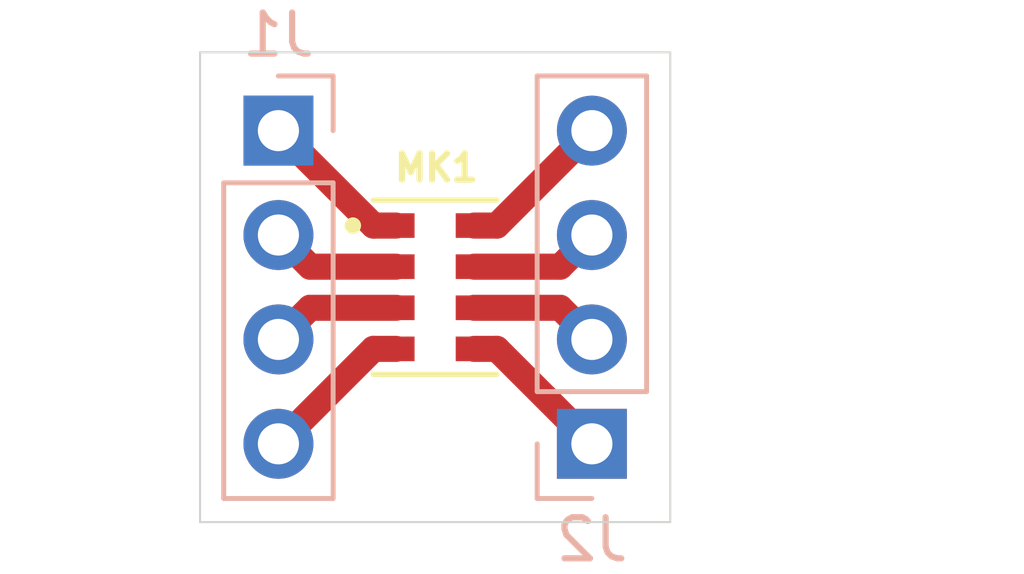
<source format=kicad_pcb>
(kicad_pcb (version 20171130) (host pcbnew "(5.1.10)-1")

  (general
    (thickness 1.6)
    (drawings 4)
    (tracks 16)
    (zones 0)
    (modules 3)
    (nets 8)
  )

  (page A4)
  (layers
    (0 F.Cu signal)
    (31 B.Cu signal)
    (32 B.Adhes user)
    (33 F.Adhes user)
    (34 B.Paste user)
    (35 F.Paste user)
    (36 B.SilkS user)
    (37 F.SilkS user)
    (38 B.Mask user)
    (39 F.Mask user)
    (40 Dwgs.User user)
    (41 Cmts.User user)
    (42 Eco1.User user)
    (43 Eco2.User user)
    (44 Edge.Cuts user)
    (45 Margin user)
    (46 B.CrtYd user)
    (47 F.CrtYd user)
    (48 B.Fab user)
    (49 F.Fab user)
  )

  (setup
    (last_trace_width 0.635)
    (user_trace_width 0.635)
    (user_trace_width 0.762)
    (trace_clearance 0.2)
    (zone_clearance 0.508)
    (zone_45_only no)
    (trace_min 0.2)
    (via_size 0.8)
    (via_drill 0.4)
    (via_min_size 0.4)
    (via_min_drill 0.3)
    (uvia_size 0.3)
    (uvia_drill 0.1)
    (uvias_allowed no)
    (uvia_min_size 0.2)
    (uvia_min_drill 0.1)
    (edge_width 0.05)
    (segment_width 0.2)
    (pcb_text_width 0.3)
    (pcb_text_size 1.5 1.5)
    (mod_edge_width 0.12)
    (mod_text_size 1 1)
    (mod_text_width 0.15)
    (pad_size 1.524 1.524)
    (pad_drill 0.762)
    (pad_to_mask_clearance 0)
    (aux_axis_origin 0 0)
    (visible_elements FFFFFF7F)
    (pcbplotparams
      (layerselection 0x010fc_ffffffff)
      (usegerberextensions false)
      (usegerberattributes true)
      (usegerberadvancedattributes true)
      (creategerberjobfile true)
      (excludeedgelayer true)
      (linewidth 0.100000)
      (plotframeref false)
      (viasonmask false)
      (mode 1)
      (useauxorigin false)
      (hpglpennumber 1)
      (hpglpenspeed 20)
      (hpglpendiameter 15.000000)
      (psnegative false)
      (psa4output false)
      (plotreference true)
      (plotvalue true)
      (plotinvisibletext false)
      (padsonsilk false)
      (subtractmaskfromsilk false)
      (outputformat 1)
      (mirror false)
      (drillshape 1)
      (scaleselection 1)
      (outputdirectory ""))
  )

  (net 0 "")
  (net 1 "Net-(J1-Pad4)")
  (net 2 "Net-(J1-Pad3)")
  (net 3 "Net-(J1-Pad1)")
  (net 4 "Net-(J2-Pad4)")
  (net 5 "Net-(J2-Pad3)")
  (net 6 "Net-(J2-Pad2)")
  (net 7 "Net-(J2-Pad1)")

  (net_class Default "This is the default net class."
    (clearance 0.2)
    (trace_width 0.25)
    (via_dia 0.8)
    (via_drill 0.4)
    (uvia_dia 0.3)
    (uvia_drill 0.1)
    (add_net "Net-(J1-Pad1)")
    (add_net "Net-(J1-Pad3)")
    (add_net "Net-(J1-Pad4)")
    (add_net "Net-(J2-Pad1)")
    (add_net "Net-(J2-Pad2)")
    (add_net "Net-(J2-Pad3)")
    (add_net "Net-(J2-Pad4)")
    (add_net "Net-(MK1-Pad3)")
    (add_net "Net-(MK1-Pad4)")
    (add_net "Net-(MK1-Pad5)")
    (add_net "Net-(MK1-Pad6)")
    (add_net "Net-(MK1-Pad7)")
    (add_net "Net-(MK1-Pad8)")
  )

  (module CMM-4030D-261-I2S-TR:MIC_CMM-4030D-261-I2S-TR (layer F.Cu) (tedit 61A9BC30) (tstamp 61AABDE7)
    (at 135.89 93.98)
    (path /61AA6153)
    (fp_text reference MK1 (at 0.032 -2.9064) (layer F.SilkS)
      (effects (font (size 0.64 0.64) (thickness 0.15)))
    )
    (fp_text value CMM-4030D-261-I2S-TR (at 7.7536 2.9064) (layer F.Fab)
      (effects (font (size 0.64 0.64) (thickness 0.15)))
    )
    (fp_circle (center -2 -1.5) (end -1.9 -1.5) (layer F.SilkS) (width 0.2))
    (fp_line (start -1.5 -2) (end -1.5 2) (layer F.Fab) (width 0.127))
    (fp_line (start 1.5 2) (end 1.5 -2) (layer F.Fab) (width 0.127))
    (fp_line (start 1.5 -2) (end -1.5 -2) (layer F.Fab) (width 0.127))
    (fp_line (start -1.75 -2.25) (end -1.75 2.25) (layer F.CrtYd) (width 0.05))
    (fp_line (start -1.75 2.25) (end 1.75 2.25) (layer F.CrtYd) (width 0.05))
    (fp_line (start 1.75 2.25) (end 1.75 -2.25) (layer F.CrtYd) (width 0.05))
    (fp_line (start 1.75 -2.25) (end -1.75 -2.25) (layer F.CrtYd) (width 0.05))
    (fp_line (start -1.5 2) (end 1.5 2) (layer F.Fab) (width 0.127))
    (fp_line (start -1.5 2.12) (end 1.5 2.12) (layer F.SilkS) (width 0.127))
    (fp_circle (center -2 -1.5) (end -1.9 -1.5) (layer F.Fab) (width 0.2))
    (fp_line (start 1.5 -2.12) (end -1.5 -2.12) (layer F.SilkS) (width 0.127))
    (pad 1 smd rect (at -0.95 -1.5) (size 0.9 0.6) (layers F.Cu F.Paste F.Mask)
      (net 3 "Net-(J1-Pad1)"))
    (pad 2 smd rect (at -0.95 -0.5) (size 0.9 0.6) (layers F.Cu F.Paste F.Mask))
    (pad 3 smd rect (at -0.95 0.5) (size 0.9 0.6) (layers F.Cu F.Paste F.Mask)
      (net 2 "Net-(J1-Pad3)"))
    (pad 4 smd rect (at -0.95 1.5) (size 0.9 0.6) (layers F.Cu F.Paste F.Mask)
      (net 1 "Net-(J1-Pad4)"))
    (pad 5 smd rect (at 0.95 1.5) (size 0.9 0.6) (layers F.Cu F.Paste F.Mask)
      (net 7 "Net-(J2-Pad1)"))
    (pad 6 smd rect (at 0.95 0.5) (size 0.9 0.6) (layers F.Cu F.Paste F.Mask)
      (net 6 "Net-(J2-Pad2)"))
    (pad 7 smd rect (at 0.95 -0.5) (size 0.9 0.6) (layers F.Cu F.Paste F.Mask)
      (net 5 "Net-(J2-Pad3)"))
    (pad 8 smd rect (at 0.95 -1.5) (size 0.9 0.6) (layers F.Cu F.Paste F.Mask)
      (net 4 "Net-(J2-Pad4)"))
    (model C:/Users/Wilson/Documents/GitHub/wifi-LED-poi/poi_PCB/Packages/CMM-4030D-261-I2S-TR/CUI_DEVICES_CMM-4030D-261-I2S-TR.step
      (at (xyz 0 0 0))
      (scale (xyz 1 1 1))
      (rotate (xyz -90 0 0))
    )
  )

  (module Connector_PinHeader_2.54mm:PinHeader_1x04_P2.54mm_Vertical (layer B.Cu) (tedit 59FED5CC) (tstamp 61AABDCF)
    (at 139.7 97.79)
    (descr "Through hole straight pin header, 1x04, 2.54mm pitch, single row")
    (tags "Through hole pin header THT 1x04 2.54mm single row")
    (path /61AA88CD)
    (fp_text reference J2 (at 0 2.33) (layer B.SilkS)
      (effects (font (size 1 1) (thickness 0.15)) (justify mirror))
    )
    (fp_text value Conn_01x04_Male (at 0 -9.95) (layer B.Fab)
      (effects (font (size 1 1) (thickness 0.15)) (justify mirror))
    )
    (fp_text user %R (at 0 -3.81 -90) (layer B.Fab)
      (effects (font (size 1 1) (thickness 0.15)) (justify mirror))
    )
    (fp_line (start -0.635 1.27) (end 1.27 1.27) (layer B.Fab) (width 0.1))
    (fp_line (start 1.27 1.27) (end 1.27 -8.89) (layer B.Fab) (width 0.1))
    (fp_line (start 1.27 -8.89) (end -1.27 -8.89) (layer B.Fab) (width 0.1))
    (fp_line (start -1.27 -8.89) (end -1.27 0.635) (layer B.Fab) (width 0.1))
    (fp_line (start -1.27 0.635) (end -0.635 1.27) (layer B.Fab) (width 0.1))
    (fp_line (start -1.33 -8.95) (end 1.33 -8.95) (layer B.SilkS) (width 0.12))
    (fp_line (start -1.33 -1.27) (end -1.33 -8.95) (layer B.SilkS) (width 0.12))
    (fp_line (start 1.33 -1.27) (end 1.33 -8.95) (layer B.SilkS) (width 0.12))
    (fp_line (start -1.33 -1.27) (end 1.33 -1.27) (layer B.SilkS) (width 0.12))
    (fp_line (start -1.33 0) (end -1.33 1.33) (layer B.SilkS) (width 0.12))
    (fp_line (start -1.33 1.33) (end 0 1.33) (layer B.SilkS) (width 0.12))
    (fp_line (start -1.8 1.8) (end -1.8 -9.4) (layer B.CrtYd) (width 0.05))
    (fp_line (start -1.8 -9.4) (end 1.8 -9.4) (layer B.CrtYd) (width 0.05))
    (fp_line (start 1.8 -9.4) (end 1.8 1.8) (layer B.CrtYd) (width 0.05))
    (fp_line (start 1.8 1.8) (end -1.8 1.8) (layer B.CrtYd) (width 0.05))
    (pad 4 thru_hole oval (at 0 -7.62) (size 1.7 1.7) (drill 1) (layers *.Cu *.Mask)
      (net 4 "Net-(J2-Pad4)"))
    (pad 3 thru_hole oval (at 0 -5.08) (size 1.7 1.7) (drill 1) (layers *.Cu *.Mask)
      (net 5 "Net-(J2-Pad3)"))
    (pad 2 thru_hole oval (at 0 -2.54) (size 1.7 1.7) (drill 1) (layers *.Cu *.Mask)
      (net 6 "Net-(J2-Pad2)"))
    (pad 1 thru_hole rect (at 0 0) (size 1.7 1.7) (drill 1) (layers *.Cu *.Mask)
      (net 7 "Net-(J2-Pad1)"))
    (model ${KISYS3DMOD}/Connector_PinHeader_2.54mm.3dshapes/PinHeader_1x04_P2.54mm_Vertical.wrl
      (at (xyz 0 0 0))
      (scale (xyz 1 1 1))
      (rotate (xyz 0 0 0))
    )
  )

  (module Connector_PinHeader_2.54mm:PinHeader_1x04_P2.54mm_Vertical (layer B.Cu) (tedit 59FED5CC) (tstamp 61AABDB7)
    (at 132.08 90.17 180)
    (descr "Through hole straight pin header, 1x04, 2.54mm pitch, single row")
    (tags "Through hole pin header THT 1x04 2.54mm single row")
    (path /61AA6C00)
    (fp_text reference J1 (at 0 2.33) (layer B.SilkS)
      (effects (font (size 1 1) (thickness 0.15)) (justify mirror))
    )
    (fp_text value Conn_01x04_Male (at 0 -9.95) (layer B.Fab)
      (effects (font (size 1 1) (thickness 0.15)) (justify mirror))
    )
    (fp_text user %R (at 0 -3.81 270) (layer B.Fab)
      (effects (font (size 1 1) (thickness 0.15)) (justify mirror))
    )
    (fp_line (start -0.635 1.27) (end 1.27 1.27) (layer B.Fab) (width 0.1))
    (fp_line (start 1.27 1.27) (end 1.27 -8.89) (layer B.Fab) (width 0.1))
    (fp_line (start 1.27 -8.89) (end -1.27 -8.89) (layer B.Fab) (width 0.1))
    (fp_line (start -1.27 -8.89) (end -1.27 0.635) (layer B.Fab) (width 0.1))
    (fp_line (start -1.27 0.635) (end -0.635 1.27) (layer B.Fab) (width 0.1))
    (fp_line (start -1.33 -8.95) (end 1.33 -8.95) (layer B.SilkS) (width 0.12))
    (fp_line (start -1.33 -1.27) (end -1.33 -8.95) (layer B.SilkS) (width 0.12))
    (fp_line (start 1.33 -1.27) (end 1.33 -8.95) (layer B.SilkS) (width 0.12))
    (fp_line (start -1.33 -1.27) (end 1.33 -1.27) (layer B.SilkS) (width 0.12))
    (fp_line (start -1.33 0) (end -1.33 1.33) (layer B.SilkS) (width 0.12))
    (fp_line (start -1.33 1.33) (end 0 1.33) (layer B.SilkS) (width 0.12))
    (fp_line (start -1.8 1.8) (end -1.8 -9.4) (layer B.CrtYd) (width 0.05))
    (fp_line (start -1.8 -9.4) (end 1.8 -9.4) (layer B.CrtYd) (width 0.05))
    (fp_line (start 1.8 -9.4) (end 1.8 1.8) (layer B.CrtYd) (width 0.05))
    (fp_line (start 1.8 1.8) (end -1.8 1.8) (layer B.CrtYd) (width 0.05))
    (pad 4 thru_hole oval (at 0 -7.62 180) (size 1.7 1.7) (drill 1) (layers *.Cu *.Mask)
      (net 1 "Net-(J1-Pad4)"))
    (pad 3 thru_hole oval (at 0 -5.08 180) (size 1.7 1.7) (drill 1) (layers *.Cu *.Mask)
      (net 2 "Net-(J1-Pad3)"))
    (pad 2 thru_hole oval (at 0 -2.54 180) (size 1.7 1.7) (drill 1) (layers *.Cu *.Mask))
    (pad 1 thru_hole rect (at 0 0 180) (size 1.7 1.7) (drill 1) (layers *.Cu *.Mask)
      (net 3 "Net-(J1-Pad1)"))
    (model ${KISYS3DMOD}/Connector_PinHeader_2.54mm.3dshapes/PinHeader_1x04_P2.54mm_Vertical.wrl
      (at (xyz 0 0 0))
      (scale (xyz 1 1 1))
      (rotate (xyz 0 0 0))
    )
  )

  (gr_line (start 141.605 88.265) (end 130.175 88.265) (layer Edge.Cuts) (width 0.05) (tstamp 61AAC20A))
  (gr_line (start 141.605 99.695) (end 141.605 88.265) (layer Edge.Cuts) (width 0.05))
  (gr_line (start 130.175 99.695) (end 141.605 99.695) (layer Edge.Cuts) (width 0.05))
  (gr_line (start 130.175 88.265) (end 130.175 99.695) (layer Edge.Cuts) (width 0.05))

  (segment (start 132.85 93.48) (end 132.08 92.71) (width 0.635) (layer F.Cu) (net 0))
  (segment (start 134.94 93.48) (end 132.85 93.48) (width 0.635) (layer F.Cu) (net 0))
  (segment (start 134.39 95.48) (end 132.08 97.79) (width 0.635) (layer F.Cu) (net 1))
  (segment (start 134.94 95.48) (end 134.39 95.48) (width 0.635) (layer F.Cu) (net 1))
  (segment (start 132.85 94.48) (end 132.08 95.25) (width 0.635) (layer F.Cu) (net 2))
  (segment (start 134.94 94.48) (end 132.85 94.48) (width 0.635) (layer F.Cu) (net 2))
  (segment (start 134.39 92.48) (end 132.08 90.17) (width 0.635) (layer F.Cu) (net 3))
  (segment (start 134.94 92.48) (end 134.39 92.48) (width 0.635) (layer F.Cu) (net 3))
  (segment (start 137.39 92.48) (end 139.7 90.17) (width 0.635) (layer F.Cu) (net 4))
  (segment (start 136.84 92.48) (end 137.39 92.48) (width 0.635) (layer F.Cu) (net 4))
  (segment (start 138.93 93.48) (end 139.7 92.71) (width 0.635) (layer F.Cu) (net 5))
  (segment (start 136.84 93.48) (end 138.93 93.48) (width 0.635) (layer F.Cu) (net 5))
  (segment (start 138.93 94.48) (end 139.7 95.25) (width 0.635) (layer F.Cu) (net 6))
  (segment (start 136.84 94.48) (end 138.93 94.48) (width 0.635) (layer F.Cu) (net 6))
  (segment (start 137.39 95.48) (end 139.7 97.79) (width 0.635) (layer F.Cu) (net 7))
  (segment (start 136.84 95.48) (end 137.39 95.48) (width 0.635) (layer F.Cu) (net 7))

)

</source>
